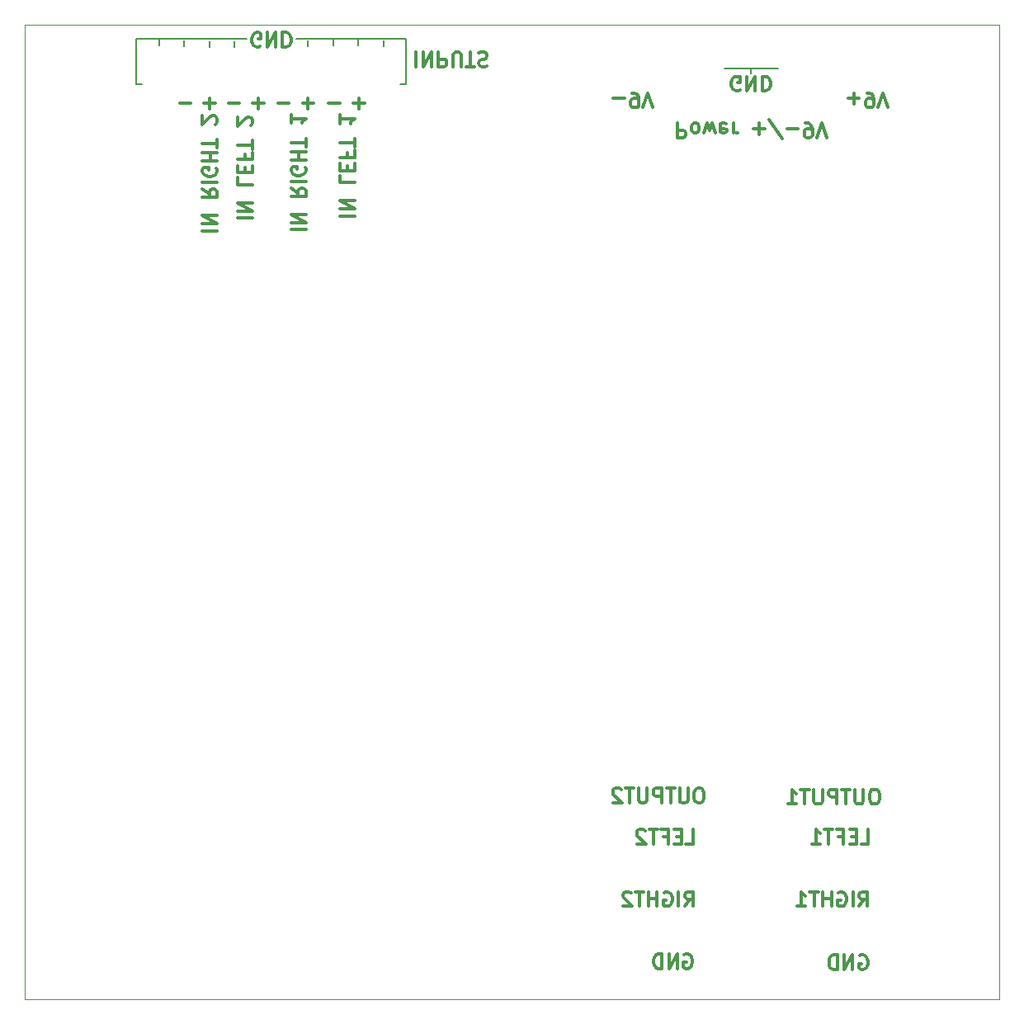
<source format=gbo>
G04 #@! TF.FileFunction,Legend,Bot*
%FSLAX46Y46*%
G04 Gerber Fmt 4.6, Leading zero omitted, Abs format (unit mm)*
G04 Created by KiCad (PCBNEW 4.0.5) date 03/22/17 11:59:18*
%MOMM*%
%LPD*%
G01*
G04 APERTURE LIST*
%ADD10C,0.150000*%
%ADD11C,0.300000*%
%ADD12C,0.200000*%
%ADD13C,0.100000*%
G04 APERTURE END LIST*
D10*
D11*
X21821429Y80157143D02*
X23321429Y80157143D01*
X21821429Y80871429D02*
X23321429Y80871429D01*
X21821429Y81728572D01*
X23321429Y81728572D01*
X21821429Y84300001D02*
X21821429Y83585715D01*
X23321429Y83585715D01*
X22607143Y84800001D02*
X22607143Y85300001D01*
X21821429Y85514287D02*
X21821429Y84800001D01*
X23321429Y84800001D01*
X23321429Y85514287D01*
X22607143Y86657144D02*
X22607143Y86157144D01*
X21821429Y86157144D02*
X23321429Y86157144D01*
X23321429Y86871430D01*
X23321429Y87228572D02*
X23321429Y88085715D01*
X21821429Y87657144D02*
X23321429Y87657144D01*
X23178571Y89657143D02*
X23250000Y89728572D01*
X23321429Y89871429D01*
X23321429Y90228572D01*
X23250000Y90371429D01*
X23178571Y90442858D01*
X23035714Y90514286D01*
X22892857Y90514286D01*
X22678571Y90442858D01*
X21821429Y89585715D01*
X21821429Y90514286D01*
X18221429Y78842857D02*
X19721429Y78842857D01*
X18221429Y79557143D02*
X19721429Y79557143D01*
X18221429Y80414286D01*
X19721429Y80414286D01*
X18221429Y83128572D02*
X18935714Y82628572D01*
X18221429Y82271429D02*
X19721429Y82271429D01*
X19721429Y82842857D01*
X19650000Y82985715D01*
X19578571Y83057143D01*
X19435714Y83128572D01*
X19221429Y83128572D01*
X19078571Y83057143D01*
X19007143Y82985715D01*
X18935714Y82842857D01*
X18935714Y82271429D01*
X18221429Y83771429D02*
X19721429Y83771429D01*
X19650000Y85271429D02*
X19721429Y85128572D01*
X19721429Y84914286D01*
X19650000Y84700001D01*
X19507143Y84557143D01*
X19364286Y84485715D01*
X19078571Y84414286D01*
X18864286Y84414286D01*
X18578571Y84485715D01*
X18435714Y84557143D01*
X18292857Y84700001D01*
X18221429Y84914286D01*
X18221429Y85057143D01*
X18292857Y85271429D01*
X18364286Y85342858D01*
X18864286Y85342858D01*
X18864286Y85057143D01*
X18221429Y85985715D02*
X19721429Y85985715D01*
X19007143Y85985715D02*
X19007143Y86842858D01*
X18221429Y86842858D02*
X19721429Y86842858D01*
X19721429Y87342858D02*
X19721429Y88200001D01*
X18221429Y87771430D02*
X19721429Y87771430D01*
X19578571Y89771429D02*
X19650000Y89842858D01*
X19721429Y89985715D01*
X19721429Y90342858D01*
X19650000Y90485715D01*
X19578571Y90557144D01*
X19435714Y90628572D01*
X19292857Y90628572D01*
X19078571Y90557144D01*
X18221429Y89700001D01*
X18221429Y90628572D01*
X27321429Y78942857D02*
X28821429Y78942857D01*
X27321429Y79657143D02*
X28821429Y79657143D01*
X27321429Y80514286D01*
X28821429Y80514286D01*
X27321429Y83228572D02*
X28035714Y82728572D01*
X27321429Y82371429D02*
X28821429Y82371429D01*
X28821429Y82942857D01*
X28750000Y83085715D01*
X28678571Y83157143D01*
X28535714Y83228572D01*
X28321429Y83228572D01*
X28178571Y83157143D01*
X28107143Y83085715D01*
X28035714Y82942857D01*
X28035714Y82371429D01*
X27321429Y83871429D02*
X28821429Y83871429D01*
X28750000Y85371429D02*
X28821429Y85228572D01*
X28821429Y85014286D01*
X28750000Y84800001D01*
X28607143Y84657143D01*
X28464286Y84585715D01*
X28178571Y84514286D01*
X27964286Y84514286D01*
X27678571Y84585715D01*
X27535714Y84657143D01*
X27392857Y84800001D01*
X27321429Y85014286D01*
X27321429Y85157143D01*
X27392857Y85371429D01*
X27464286Y85442858D01*
X27964286Y85442858D01*
X27964286Y85157143D01*
X27321429Y86085715D02*
X28821429Y86085715D01*
X28107143Y86085715D02*
X28107143Y86942858D01*
X27321429Y86942858D02*
X28821429Y86942858D01*
X28821429Y87442858D02*
X28821429Y88300001D01*
X27321429Y87871430D02*
X28821429Y87871430D01*
X27321429Y90728572D02*
X27321429Y89871429D01*
X27321429Y90300001D02*
X28821429Y90300001D01*
X28607143Y90157144D01*
X28464286Y90014286D01*
X28392857Y89871429D01*
X32321429Y80357143D02*
X33821429Y80357143D01*
X32321429Y81071429D02*
X33821429Y81071429D01*
X32321429Y81928572D01*
X33821429Y81928572D01*
X32321429Y84500001D02*
X32321429Y83785715D01*
X33821429Y83785715D01*
X33107143Y85000001D02*
X33107143Y85500001D01*
X32321429Y85714287D02*
X32321429Y85000001D01*
X33821429Y85000001D01*
X33821429Y85714287D01*
X33107143Y86857144D02*
X33107143Y86357144D01*
X32321429Y86357144D02*
X33821429Y86357144D01*
X33821429Y87071430D01*
X33821429Y87428572D02*
X33821429Y88285715D01*
X32321429Y87857144D02*
X33821429Y87857144D01*
X32321429Y90714286D02*
X32321429Y89857143D01*
X32321429Y90285715D02*
X33821429Y90285715D01*
X33607143Y90142858D01*
X33464286Y90000000D01*
X33392857Y89857143D01*
X87321429Y21521429D02*
X87035715Y21521429D01*
X86892857Y21450000D01*
X86750000Y21307143D01*
X86678572Y21021429D01*
X86678572Y20521429D01*
X86750000Y20235714D01*
X86892857Y20092857D01*
X87035715Y20021429D01*
X87321429Y20021429D01*
X87464286Y20092857D01*
X87607143Y20235714D01*
X87678572Y20521429D01*
X87678572Y21021429D01*
X87607143Y21307143D01*
X87464286Y21450000D01*
X87321429Y21521429D01*
X86035714Y21521429D02*
X86035714Y20307143D01*
X85964286Y20164286D01*
X85892857Y20092857D01*
X85750000Y20021429D01*
X85464286Y20021429D01*
X85321428Y20092857D01*
X85250000Y20164286D01*
X85178571Y20307143D01*
X85178571Y21521429D01*
X84678571Y21521429D02*
X83821428Y21521429D01*
X84249999Y20021429D02*
X84249999Y21521429D01*
X83321428Y20021429D02*
X83321428Y21521429D01*
X82750000Y21521429D01*
X82607142Y21450000D01*
X82535714Y21378571D01*
X82464285Y21235714D01*
X82464285Y21021429D01*
X82535714Y20878571D01*
X82607142Y20807143D01*
X82750000Y20735714D01*
X83321428Y20735714D01*
X81821428Y21521429D02*
X81821428Y20307143D01*
X81750000Y20164286D01*
X81678571Y20092857D01*
X81535714Y20021429D01*
X81250000Y20021429D01*
X81107142Y20092857D01*
X81035714Y20164286D01*
X80964285Y20307143D01*
X80964285Y21521429D01*
X80464285Y21521429D02*
X79607142Y21521429D01*
X80035713Y20021429D02*
X80035713Y21521429D01*
X78321428Y20021429D02*
X79178571Y20021429D01*
X78749999Y20021429D02*
X78749999Y21521429D01*
X78892856Y21307143D01*
X79035714Y21164286D01*
X79178571Y21092857D01*
X85842856Y15921429D02*
X86557142Y15921429D01*
X86557142Y17421429D01*
X85342856Y16707143D02*
X84842856Y16707143D01*
X84628570Y15921429D02*
X85342856Y15921429D01*
X85342856Y17421429D01*
X84628570Y17421429D01*
X83485713Y16707143D02*
X83985713Y16707143D01*
X83985713Y15921429D02*
X83985713Y17421429D01*
X83271427Y17421429D01*
X82914285Y17421429D02*
X82057142Y17421429D01*
X82485713Y15921429D02*
X82485713Y17421429D01*
X80771428Y15921429D02*
X81628571Y15921429D01*
X81199999Y15921429D02*
X81199999Y17421429D01*
X81342856Y17207143D01*
X81485714Y17064286D01*
X81628571Y16992857D01*
X85614285Y9521429D02*
X86114285Y10235714D01*
X86471428Y9521429D02*
X86471428Y11021429D01*
X85900000Y11021429D01*
X85757142Y10950000D01*
X85685714Y10878571D01*
X85614285Y10735714D01*
X85614285Y10521429D01*
X85685714Y10378571D01*
X85757142Y10307143D01*
X85900000Y10235714D01*
X86471428Y10235714D01*
X84971428Y9521429D02*
X84971428Y11021429D01*
X83471428Y10950000D02*
X83614285Y11021429D01*
X83828571Y11021429D01*
X84042856Y10950000D01*
X84185714Y10807143D01*
X84257142Y10664286D01*
X84328571Y10378571D01*
X84328571Y10164286D01*
X84257142Y9878571D01*
X84185714Y9735714D01*
X84042856Y9592857D01*
X83828571Y9521429D01*
X83685714Y9521429D01*
X83471428Y9592857D01*
X83399999Y9664286D01*
X83399999Y10164286D01*
X83685714Y10164286D01*
X82757142Y9521429D02*
X82757142Y11021429D01*
X82757142Y10307143D02*
X81899999Y10307143D01*
X81899999Y9521429D02*
X81899999Y11021429D01*
X81399999Y11021429D02*
X80542856Y11021429D01*
X80971427Y9521429D02*
X80971427Y11021429D01*
X79257142Y9521429D02*
X80114285Y9521429D01*
X79685713Y9521429D02*
X79685713Y11021429D01*
X79828570Y10807143D01*
X79971428Y10664286D01*
X80114285Y10592857D01*
X85642857Y4450000D02*
X85785714Y4521429D01*
X86000000Y4521429D01*
X86214285Y4450000D01*
X86357143Y4307143D01*
X86428571Y4164286D01*
X86500000Y3878571D01*
X86500000Y3664286D01*
X86428571Y3378571D01*
X86357143Y3235714D01*
X86214285Y3092857D01*
X86000000Y3021429D01*
X85857143Y3021429D01*
X85642857Y3092857D01*
X85571428Y3164286D01*
X85571428Y3664286D01*
X85857143Y3664286D01*
X84928571Y3021429D02*
X84928571Y4521429D01*
X84071428Y3021429D01*
X84071428Y4521429D01*
X83357142Y3021429D02*
X83357142Y4521429D01*
X82999999Y4521429D01*
X82785714Y4450000D01*
X82642856Y4307143D01*
X82571428Y4164286D01*
X82499999Y3878571D01*
X82499999Y3664286D01*
X82571428Y3378571D01*
X82642856Y3235714D01*
X82785714Y3092857D01*
X82999999Y3021429D01*
X83357142Y3021429D01*
X67642857Y4550000D02*
X67785714Y4621429D01*
X68000000Y4621429D01*
X68214285Y4550000D01*
X68357143Y4407143D01*
X68428571Y4264286D01*
X68500000Y3978571D01*
X68500000Y3764286D01*
X68428571Y3478571D01*
X68357143Y3335714D01*
X68214285Y3192857D01*
X68000000Y3121429D01*
X67857143Y3121429D01*
X67642857Y3192857D01*
X67571428Y3264286D01*
X67571428Y3764286D01*
X67857143Y3764286D01*
X66928571Y3121429D02*
X66928571Y4621429D01*
X66071428Y3121429D01*
X66071428Y4621429D01*
X65357142Y3121429D02*
X65357142Y4621429D01*
X64999999Y4621429D01*
X64785714Y4550000D01*
X64642856Y4407143D01*
X64571428Y4264286D01*
X64499999Y3978571D01*
X64499999Y3764286D01*
X64571428Y3478571D01*
X64642856Y3335714D01*
X64785714Y3192857D01*
X64999999Y3121429D01*
X65357142Y3121429D01*
X67714285Y9521429D02*
X68214285Y10235714D01*
X68571428Y9521429D02*
X68571428Y11021429D01*
X68000000Y11021429D01*
X67857142Y10950000D01*
X67785714Y10878571D01*
X67714285Y10735714D01*
X67714285Y10521429D01*
X67785714Y10378571D01*
X67857142Y10307143D01*
X68000000Y10235714D01*
X68571428Y10235714D01*
X67071428Y9521429D02*
X67071428Y11021429D01*
X65571428Y10950000D02*
X65714285Y11021429D01*
X65928571Y11021429D01*
X66142856Y10950000D01*
X66285714Y10807143D01*
X66357142Y10664286D01*
X66428571Y10378571D01*
X66428571Y10164286D01*
X66357142Y9878571D01*
X66285714Y9735714D01*
X66142856Y9592857D01*
X65928571Y9521429D01*
X65785714Y9521429D01*
X65571428Y9592857D01*
X65499999Y9664286D01*
X65499999Y10164286D01*
X65785714Y10164286D01*
X64857142Y9521429D02*
X64857142Y11021429D01*
X64857142Y10307143D02*
X63999999Y10307143D01*
X63999999Y9521429D02*
X63999999Y11021429D01*
X63499999Y11021429D02*
X62642856Y11021429D01*
X63071427Y9521429D02*
X63071427Y11021429D01*
X62214285Y10878571D02*
X62142856Y10950000D01*
X61999999Y11021429D01*
X61642856Y11021429D01*
X61499999Y10950000D01*
X61428570Y10878571D01*
X61357142Y10735714D01*
X61357142Y10592857D01*
X61428570Y10378571D01*
X62285713Y9521429D01*
X61357142Y9521429D01*
X67842856Y15921429D02*
X68557142Y15921429D01*
X68557142Y17421429D01*
X67342856Y16707143D02*
X66842856Y16707143D01*
X66628570Y15921429D02*
X67342856Y15921429D01*
X67342856Y17421429D01*
X66628570Y17421429D01*
X65485713Y16707143D02*
X65985713Y16707143D01*
X65985713Y15921429D02*
X65985713Y17421429D01*
X65271427Y17421429D01*
X64914285Y17421429D02*
X64057142Y17421429D01*
X64485713Y15921429D02*
X64485713Y17421429D01*
X63628571Y17278571D02*
X63557142Y17350000D01*
X63414285Y17421429D01*
X63057142Y17421429D01*
X62914285Y17350000D01*
X62842856Y17278571D01*
X62771428Y17135714D01*
X62771428Y16992857D01*
X62842856Y16778571D01*
X63699999Y15921429D01*
X62771428Y15921429D01*
X69321429Y21621429D02*
X69035715Y21621429D01*
X68892857Y21550000D01*
X68750000Y21407143D01*
X68678572Y21121429D01*
X68678572Y20621429D01*
X68750000Y20335714D01*
X68892857Y20192857D01*
X69035715Y20121429D01*
X69321429Y20121429D01*
X69464286Y20192857D01*
X69607143Y20335714D01*
X69678572Y20621429D01*
X69678572Y21121429D01*
X69607143Y21407143D01*
X69464286Y21550000D01*
X69321429Y21621429D01*
X68035714Y21621429D02*
X68035714Y20407143D01*
X67964286Y20264286D01*
X67892857Y20192857D01*
X67750000Y20121429D01*
X67464286Y20121429D01*
X67321428Y20192857D01*
X67250000Y20264286D01*
X67178571Y20407143D01*
X67178571Y21621429D01*
X66678571Y21621429D02*
X65821428Y21621429D01*
X66249999Y20121429D02*
X66249999Y21621429D01*
X65321428Y20121429D02*
X65321428Y21621429D01*
X64750000Y21621429D01*
X64607142Y21550000D01*
X64535714Y21478571D01*
X64464285Y21335714D01*
X64464285Y21121429D01*
X64535714Y20978571D01*
X64607142Y20907143D01*
X64750000Y20835714D01*
X65321428Y20835714D01*
X63821428Y21621429D02*
X63821428Y20407143D01*
X63750000Y20264286D01*
X63678571Y20192857D01*
X63535714Y20121429D01*
X63250000Y20121429D01*
X63107142Y20192857D01*
X63035714Y20264286D01*
X62964285Y20407143D01*
X62964285Y21621429D01*
X62464285Y21621429D02*
X61607142Y21621429D01*
X62035713Y20121429D02*
X62035713Y21621429D01*
X61178571Y21478571D02*
X61107142Y21550000D01*
X60964285Y21621429D01*
X60607142Y21621429D01*
X60464285Y21550000D01*
X60392856Y21478571D01*
X60321428Y21335714D01*
X60321428Y21192857D01*
X60392856Y20978571D01*
X61249999Y20121429D01*
X60321428Y20121429D01*
D12*
X74500000Y95500000D02*
X74500000Y95000000D01*
D11*
X60371429Y92407143D02*
X61514286Y92407143D01*
X62300000Y92978571D02*
X62585715Y92978571D01*
X62728572Y92907143D01*
X62800000Y92835714D01*
X62942858Y92621429D01*
X63014286Y92335714D01*
X63014286Y91764286D01*
X62942858Y91621429D01*
X62871429Y91550000D01*
X62728572Y91478571D01*
X62442858Y91478571D01*
X62300000Y91550000D01*
X62228572Y91621429D01*
X62157143Y91764286D01*
X62157143Y92121429D01*
X62228572Y92264286D01*
X62300000Y92335714D01*
X62442858Y92407143D01*
X62728572Y92407143D01*
X62871429Y92335714D01*
X62942858Y92264286D01*
X63014286Y92121429D01*
X63442857Y91478571D02*
X63942857Y92978571D01*
X64442857Y91478571D01*
X84471429Y92407143D02*
X85614286Y92407143D01*
X85042857Y92978571D02*
X85042857Y91835714D01*
X86400000Y92978571D02*
X86685715Y92978571D01*
X86828572Y92907143D01*
X86900000Y92835714D01*
X87042858Y92621429D01*
X87114286Y92335714D01*
X87114286Y91764286D01*
X87042858Y91621429D01*
X86971429Y91550000D01*
X86828572Y91478571D01*
X86542858Y91478571D01*
X86400000Y91550000D01*
X86328572Y91621429D01*
X86257143Y91764286D01*
X86257143Y92121429D01*
X86328572Y92264286D01*
X86400000Y92335714D01*
X86542858Y92407143D01*
X86828572Y92407143D01*
X86971429Y92335714D01*
X87042858Y92264286D01*
X87114286Y92121429D01*
X87542857Y91478571D02*
X88042857Y92978571D01*
X88542857Y91478571D01*
D12*
X71800000Y95500000D02*
X77300000Y95500000D01*
D11*
X73357143Y93250000D02*
X73214286Y93178571D01*
X73000000Y93178571D01*
X72785715Y93250000D01*
X72642857Y93392857D01*
X72571429Y93535714D01*
X72500000Y93821429D01*
X72500000Y94035714D01*
X72571429Y94321429D01*
X72642857Y94464286D01*
X72785715Y94607143D01*
X73000000Y94678571D01*
X73142857Y94678571D01*
X73357143Y94607143D01*
X73428572Y94535714D01*
X73428572Y94035714D01*
X73142857Y94035714D01*
X74071429Y94678571D02*
X74071429Y93178571D01*
X74928572Y94678571D01*
X74928572Y93178571D01*
X75642858Y94678571D02*
X75642858Y93178571D01*
X76000001Y93178571D01*
X76214286Y93250000D01*
X76357144Y93392857D01*
X76428572Y93535714D01*
X76500001Y93821429D01*
X76500001Y94035714D01*
X76428572Y94321429D01*
X76357144Y94464286D01*
X76214286Y94607143D01*
X76000001Y94678571D01*
X75642858Y94678571D01*
X66964286Y89878571D02*
X66964286Y88378571D01*
X67535714Y88378571D01*
X67678572Y88450000D01*
X67750000Y88521429D01*
X67821429Y88664286D01*
X67821429Y88878571D01*
X67750000Y89021429D01*
X67678572Y89092857D01*
X67535714Y89164286D01*
X66964286Y89164286D01*
X68678572Y89878571D02*
X68535714Y89807143D01*
X68464286Y89735714D01*
X68392857Y89592857D01*
X68392857Y89164286D01*
X68464286Y89021429D01*
X68535714Y88950000D01*
X68678572Y88878571D01*
X68892857Y88878571D01*
X69035714Y88950000D01*
X69107143Y89021429D01*
X69178572Y89164286D01*
X69178572Y89592857D01*
X69107143Y89735714D01*
X69035714Y89807143D01*
X68892857Y89878571D01*
X68678572Y89878571D01*
X69678572Y88878571D02*
X69964286Y89878571D01*
X70250000Y89164286D01*
X70535715Y89878571D01*
X70821429Y88878571D01*
X71964286Y89807143D02*
X71821429Y89878571D01*
X71535715Y89878571D01*
X71392858Y89807143D01*
X71321429Y89664286D01*
X71321429Y89092857D01*
X71392858Y88950000D01*
X71535715Y88878571D01*
X71821429Y88878571D01*
X71964286Y88950000D01*
X72035715Y89092857D01*
X72035715Y89235714D01*
X71321429Y89378571D01*
X72678572Y89878571D02*
X72678572Y88878571D01*
X72678572Y89164286D02*
X72750000Y89021429D01*
X72821429Y88950000D01*
X72964286Y88878571D01*
X73107143Y88878571D01*
X74750000Y89307143D02*
X75892857Y89307143D01*
X75321428Y89878571D02*
X75321428Y88735714D01*
X77678571Y88307143D02*
X76392857Y90235714D01*
X78178572Y89307143D02*
X79321429Y89307143D01*
X80107143Y89878571D02*
X80392858Y89878571D01*
X80535715Y89807143D01*
X80607143Y89735714D01*
X80750001Y89521429D01*
X80821429Y89235714D01*
X80821429Y88664286D01*
X80750001Y88521429D01*
X80678572Y88450000D01*
X80535715Y88378571D01*
X80250001Y88378571D01*
X80107143Y88450000D01*
X80035715Y88521429D01*
X79964286Y88664286D01*
X79964286Y89021429D01*
X80035715Y89164286D01*
X80107143Y89235714D01*
X80250001Y89307143D01*
X80535715Y89307143D01*
X80678572Y89235714D01*
X80750001Y89164286D01*
X80821429Y89021429D01*
X81250000Y88378571D02*
X81750000Y89878571D01*
X82250000Y88378571D01*
D12*
X39099726Y93900000D02*
X38499726Y93900000D01*
X39099726Y98500000D02*
X39099726Y93900000D01*
X36799726Y98500000D02*
X39099726Y98500000D01*
X11450000Y93900000D02*
X12050000Y93900000D01*
X11450000Y98500000D02*
X11450000Y93900000D01*
X13750000Y98500000D02*
X11450000Y98500000D01*
X36850000Y97800000D02*
X36850000Y98400000D01*
X34150000Y97900000D02*
X34150000Y98500000D01*
X31650000Y97900000D02*
X31650000Y98500000D01*
X29050000Y97800000D02*
X29050000Y98400000D01*
X21450000Y97700000D02*
X21450000Y98300000D01*
X18950000Y97700000D02*
X18950000Y98300000D01*
X16350000Y97800000D02*
X16350000Y98400000D01*
X36850000Y98500000D02*
X27850000Y98500000D01*
X13750000Y97900000D02*
X13750000Y98500000D01*
X22750000Y98500000D02*
X13750000Y98500000D01*
D11*
X24157143Y97750000D02*
X24014286Y97678571D01*
X23800000Y97678571D01*
X23585715Y97750000D01*
X23442857Y97892857D01*
X23371429Y98035714D01*
X23300000Y98321429D01*
X23300000Y98535714D01*
X23371429Y98821429D01*
X23442857Y98964286D01*
X23585715Y99107143D01*
X23800000Y99178571D01*
X23942857Y99178571D01*
X24157143Y99107143D01*
X24228572Y99035714D01*
X24228572Y98535714D01*
X23942857Y98535714D01*
X24871429Y99178571D02*
X24871429Y97678571D01*
X25728572Y99178571D01*
X25728572Y97678571D01*
X26442858Y99178571D02*
X26442858Y97678571D01*
X26800001Y97678571D01*
X27014286Y97750000D01*
X27157144Y97892857D01*
X27228572Y98035714D01*
X27300001Y98321429D01*
X27300001Y98535714D01*
X27228572Y98821429D01*
X27157144Y98964286D01*
X27014286Y99107143D01*
X26800001Y99178571D01*
X26442858Y99178571D01*
X18957143Y92471428D02*
X18957143Y91328571D01*
X19528571Y91900000D02*
X18385714Y91900000D01*
X15878572Y91907143D02*
X17021429Y91907143D01*
X23957143Y92471428D02*
X23957143Y91328571D01*
X24528571Y91900000D02*
X23385714Y91900000D01*
X20878572Y91907143D02*
X22021429Y91907143D01*
X29057143Y92471428D02*
X29057143Y91328571D01*
X29628571Y91900000D02*
X28485714Y91900000D01*
X25978572Y91907143D02*
X27121429Y91907143D01*
X31178572Y91907143D02*
X32321429Y91907143D01*
X34257143Y92471428D02*
X34257143Y91328571D01*
X34828571Y91900000D02*
X33685714Y91900000D01*
X40142857Y97178571D02*
X40142857Y95678571D01*
X40857143Y97178571D02*
X40857143Y95678571D01*
X41714286Y97178571D01*
X41714286Y95678571D01*
X42428572Y97178571D02*
X42428572Y95678571D01*
X43000000Y95678571D01*
X43142858Y95750000D01*
X43214286Y95821429D01*
X43285715Y95964286D01*
X43285715Y96178571D01*
X43214286Y96321429D01*
X43142858Y96392857D01*
X43000000Y96464286D01*
X42428572Y96464286D01*
X43928572Y95678571D02*
X43928572Y96892857D01*
X44000000Y97035714D01*
X44071429Y97107143D01*
X44214286Y97178571D01*
X44500000Y97178571D01*
X44642858Y97107143D01*
X44714286Y97035714D01*
X44785715Y96892857D01*
X44785715Y95678571D01*
X45285715Y95678571D02*
X46142858Y95678571D01*
X45714287Y97178571D02*
X45714287Y95678571D01*
X46571429Y97107143D02*
X46785715Y97178571D01*
X47142858Y97178571D01*
X47285715Y97107143D01*
X47357144Y97035714D01*
X47428572Y96892857D01*
X47428572Y96750000D01*
X47357144Y96607143D01*
X47285715Y96535714D01*
X47142858Y96464286D01*
X46857144Y96392857D01*
X46714286Y96321429D01*
X46642858Y96250000D01*
X46571429Y96107143D01*
X46571429Y95964286D01*
X46642858Y95821429D01*
X46714286Y95750000D01*
X46857144Y95678571D01*
X47214286Y95678571D01*
X47428572Y95750000D01*
D13*
X0Y100000000D02*
X100000000Y100000000D01*
X15000000Y0D02*
X0Y0D01*
X100000000Y0D02*
X15000000Y0D01*
X100000000Y100000000D02*
X100000000Y0D01*
X0Y0D02*
X0Y100000000D01*
M02*

</source>
